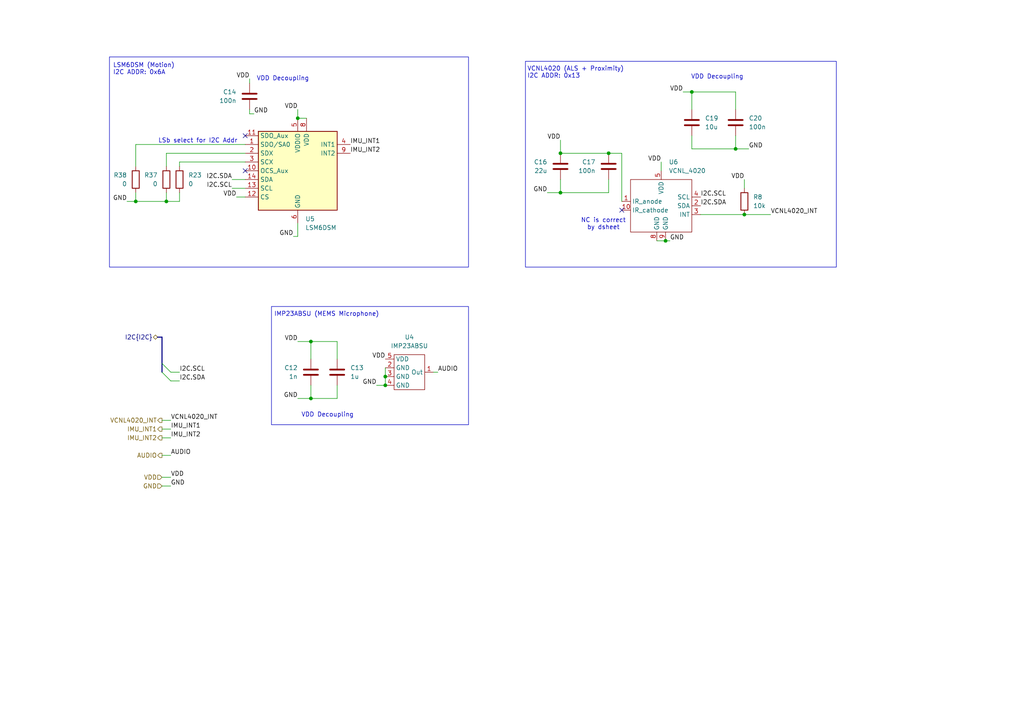
<source format=kicad_sch>
(kicad_sch (version 20231120) (generator "eeschema") (generator_version "8.0")
  (paper "A4")
  (title_block (title "Holiday Widget") (date "2024-05-15") (rev "1.0"))
  (lib_symbols
    (symbol "Device:C" (pin_numbers hide) (pin_names (offset 0.254))
      (property "Reference" "C" (at 0.635 2.54 0))
      (property "Value" "C" (at 0.635 -2.54 0))
      (symbol "C_0_1"
        (polyline (pts (xy -2.032 -0.762) (xy 2.032 -0.762)) (stroke (width 0.508)))
        (polyline (pts (xy -2.032 0.762) (xy 2.032 0.762)) (stroke (width 0.508)))
      )
      (symbol "C_1_1"
        (pin passive line (at 0 3.81 270) (length 2.794) (name "~") (number "1"))
        (pin passive line (at 0 -3.81 90) (length 2.794) (name "~") (number "2"))
      )
    )
    (symbol "Device:R" (pin_numbers hide) (pin_names (offset 0))
      (property "Reference" "R" (at 2.032 0 90))
      (property "Value" "R" (at 0 0 90))
      (symbol "R_0_1"
        (rectangle (start -1.016 -2.54) (end 1.016 2.54) (stroke (width 0.254)))
      )
      (symbol "R_1_1"
        (pin passive line (at 0 3.81 270) (length 1.27) (name "~") (number "1"))
        (pin passive line (at 0 -3.81 90) (length 1.27) (name "~") (number "2"))
      )
    )
    (symbol "Sensor_Motion:LSM6DSM"
      (property "Reference" "U" (at -11.43 15.24 0))
      (property "Value" "LSM6DSM" (at -11.43 12.7 0))
      (symbol "LSM6DSM_0_1"
        (rectangle (start 11.43 11.43) (end -11.43 -11.43) (stroke (width 0.254)) (fill (type background)))
      )
      (symbol "LSM6DSM_1_1"
        (pin bidirectional line (at -15.24 7.62 0) (length 3.81) (name "SDO/SA0") (number "1"))
        (pin passive line (at -15.24 0 0) (length 3.81) (name "OCS_Aux") (number "10"))
        (pin bidirectional line (at -15.24 10.16 0) (length 3.81) (name "SDO_Aux") (number "11"))
        (pin input line (at -15.24 -7.62 0) (length 3.81) (name "CS") (number "12"))
        (pin input line (at -15.24 -5.08 0) (length 3.81) (name "SCL") (number "13"))
        (pin bidirectional line (at -15.24 -2.54 0) (length 3.81) (name "SDA") (number "14"))
        (pin bidirectional line (at -15.24 5.08 0) (length 3.81) (name "SDX") (number "2"))
        (pin input line (at -15.24 2.54 0) (length 3.81) (name "SCX") (number "3"))
        (pin output line (at 15.24 7.62 180) (length 3.81) (name "INT1") (number "4"))
        (pin power_in line (at 0 15.24 270) (length 3.81) (name "VDDIO") (number "5"))
        (pin power_in line (at 0 -15.24 90) (length 3.81) (name "GND") (number "6"))
        (pin passive line (at 0 -15.24 90) (length 3.81) hide (name "GND") (number "7"))
        (pin power_in line (at 2.54 15.24 270) (length 3.81) (name "VDD") (number "8"))
        (pin output line (at 15.24 5.08 180) (length 3.81) (name "INT2") (number "9"))
      )
    )
    (symbol "holiday-widget:IMP23ABSU"
      (property "Reference" "U" (at 6.096 6.35 0))
      (property "Value" "IMP23ABSU" (at 0 0 0))
      (symbol "IMP23ABSU_0_1"
        (rectangle (start -5.08 5.08) (end 3.81 -5.08))
      )
      (symbol "IMP23ABSU_1_1"
        (pin output line (at 6.35 0 180) (length 2.54) (name "Out") (number "1"))
        (pin power_in line (at -7.62 1.27 0) (length 2.54) (name "GND") (number "2"))
        (pin power_in line (at -7.62 -1.27 0) (length 2.54) (name "GND") (number "3"))
        (pin power_in line (at -7.62 -3.81 0) (length 2.54) (name "GND") (number "4"))
        (pin power_in line (at -7.62 3.81 0) (length 2.54) (name "VDD") (number "5"))
      )
    )
    (symbol "holiday-widget:VCNL4020"
      (property "Reference" "U" (at 6.858 3.81 0))
      (property "Value" "VCNL_4020" (at 0 0 0))
      (symbol "VCNL4020_0_1"
        (rectangle (start -8.89 5.08) (end 8.89 -10.16))
      )
      (symbol "VCNL4020_1_1"
        (pin input line (at -11.43 -1.27 0) (length 2.54) (name "IR_anode") (number "1"))
        (pin output line (at -11.43 -3.81 0) (length 2.54) (name "IR_cathode") (number "10"))
        (pin bidirectional line (at 11.43 -2.54 180) (length 2.54) (name "SDA") (number "2"))
        (pin output line (at 11.43 -5.08 180) (length 2.54) (name "INT") (number "3"))
        (pin input line (at 11.43 0 180) (length 2.54) (name "SCL") (number "4"))
        (pin power_in line (at 0 7.62 270) (length 2.54) (name "VDD") (number "5"))
        (pin no_connect line (at -11.43 -8.89 0) (length 2.54) hide (name "NC") (number "6"))
        (pin no_connect line (at -11.43 -6.35 0) (length 2.54) hide (name "NC") (number "7"))
        (pin power_in line (at -1.27 -12.7 90) (length 2.54) (name "GND") (number "8"))
        (pin power_in line (at 1.27 -12.7 90) (length 2.54) (name "GND") (number "9"))
      )
    )
  )
  (junction (at 162.56 55.88))
  (junction (at 111.76 109.22))
  (junction (at 111.76 111.76))
  (junction (at 90.17 115.57))
  (junction (at 39.37 58.42))
  (junction (at 86.36 34.29))
  (junction (at 213.36 43.18))
  (junction (at 162.56 44.45))
  (junction (at 48.26 58.42))
  (junction (at 193.04 69.85))
  (junction (at 215.9 62.23))
  (junction (at 176.53 44.45))
  (junction (at 200.66 26.67))
  (junction (at 90.17 99.06))
  (no_connect (at 71.12 49.53))
  (no_connect (at 71.12 39.37))
  (no_connect (at 180.34 60.96))
  (bus_entry (at 46.99 105.41) (size 2.54 2.54))
  (bus_entry (at 46.99 107.95) (size 2.54 2.54))
  (wire (pts (xy 72.39 33.02) (xy 73.66 33.02)))
  (wire (pts (xy 190.5 69.85) (xy 193.04 69.85)))
  (wire (pts (xy 49.53 110.49) (xy 52.07 110.49)))
  (wire (pts (xy 191.77 46.99) (xy 191.77 49.53)))
  (wire (pts (xy 213.36 43.18) (xy 200.66 43.18)))
  (wire (pts (xy 86.36 64.77) (xy 86.36 68.58)))
  (wire (pts (xy 213.36 26.67) (xy 213.36 31.75)))
  (wire (pts (xy 46.99 121.92) (xy 49.53 121.92)))
  (wire (pts (xy 68.58 57.15) (xy 71.12 57.15)))
  (wire (pts (xy 90.17 99.06) (xy 97.79 99.06)))
  (wire (pts (xy 86.36 99.06) (xy 90.17 99.06)))
  (wire (pts (xy 176.53 55.88) (xy 162.56 55.88)))
  (wire (pts (xy 48.26 44.45) (xy 71.12 44.45)))
  (wire (pts (xy 52.07 46.99) (xy 52.07 48.26)))
  (wire (pts (xy 111.76 106.68) (xy 111.76 109.22)))
  (wire (pts (xy 39.37 55.88) (xy 39.37 58.42)))
  (wire (pts (xy 46.99 138.43) (xy 49.53 138.43)))
  (wire (pts (xy 97.79 99.06) (xy 97.79 104.14)))
  (wire (pts (xy 97.79 115.57) (xy 97.79 111.76)))
  (wire (pts (xy 86.36 31.75) (xy 86.36 34.29)))
  (wire (pts (xy 109.22 111.76) (xy 111.76 111.76)))
  (wire (pts (xy 90.17 99.06) (xy 90.17 104.14)))
  (wire (pts (xy 39.37 58.42) (xy 48.26 58.42)))
  (wire (pts (xy 90.17 115.57) (xy 97.79 115.57)))
  (wire (pts (xy 162.56 55.88) (xy 162.56 52.07)))
  (wire (pts (xy 223.52 62.23) (xy 215.9 62.23)))
  (bus (pts (xy 46.99 105.41) (xy 46.99 107.95)))
  (wire (pts (xy 48.26 55.88) (xy 48.26 58.42)))
  (wire (pts (xy 200.66 43.18) (xy 200.66 39.37)))
  (wire (pts (xy 72.39 22.86) (xy 72.39 24.13)))
  (wire (pts (xy 198.12 26.67) (xy 200.66 26.67)))
  (wire (pts (xy 162.56 40.64) (xy 162.56 44.45)))
  (bus (pts (xy 46.99 97.79) (xy 46.99 105.41)))
  (wire (pts (xy 90.17 111.76) (xy 90.17 115.57)))
  (wire (pts (xy 193.04 69.85) (xy 194.31 69.85)))
  (wire (pts (xy 125.73 107.95) (xy 127 107.95)))
  (wire (pts (xy 215.9 62.23) (xy 203.2 62.23)))
  (wire (pts (xy 180.34 44.45) (xy 176.53 44.45)))
  (wire (pts (xy 46.99 127) (xy 49.53 127)))
  (wire (pts (xy 86.36 68.58) (xy 85.09 68.58)))
  (wire (pts (xy 71.12 46.99) (xy 52.07 46.99)))
  (wire (pts (xy 200.66 26.67) (xy 200.66 31.75)))
  (bus (pts (xy 45.72 97.79) (xy 46.99 97.79)))
  (wire (pts (xy 180.34 58.42) (xy 180.34 44.45)))
  (wire (pts (xy 67.31 54.61) (xy 71.12 54.61)))
  (wire (pts (xy 215.9 52.07) (xy 215.9 54.61)))
  (wire (pts (xy 36.83 58.42) (xy 39.37 58.42)))
  (wire (pts (xy 162.56 44.45) (xy 176.53 44.45)))
  (wire (pts (xy 72.39 33.02) (xy 72.39 31.75)))
  (wire (pts (xy 46.99 132.08) (xy 49.53 132.08)))
  (wire (pts (xy 213.36 39.37) (xy 213.36 43.18)))
  (wire (pts (xy 217.17 43.18) (xy 213.36 43.18)))
  (wire (pts (xy 200.66 26.67) (xy 213.36 26.67)))
  (wire (pts (xy 52.07 58.42) (xy 52.07 55.88)))
  (wire (pts (xy 111.76 111.76) (xy 111.76 109.22)))
  (wire (pts (xy 48.26 58.42) (xy 52.07 58.42)))
  (wire (pts (xy 86.36 115.57) (xy 90.17 115.57)))
  (wire (pts (xy 46.99 124.46) (xy 49.53 124.46)))
  (wire (pts (xy 158.75 55.88) (xy 162.56 55.88)))
  (wire (pts (xy 86.36 34.29) (xy 88.9 34.29)))
  (wire (pts (xy 48.26 48.26) (xy 48.26 44.45)))
  (wire (pts (xy 67.31 52.07) (xy 71.12 52.07)))
  (wire (pts (xy 46.99 140.97) (xy 49.53 140.97)))
  (wire (pts (xy 49.53 107.95) (xy 52.07 107.95)))
  (wire (pts (xy 176.53 52.07) (xy 176.53 55.88)))
  (wire (pts (xy 39.37 41.91) (xy 71.12 41.91)))
  (wire (pts (xy 39.37 41.91) (xy 39.37 48.26)))
  (rectangle (start 152.4 17.78) (end 242.57 77.47))
  (rectangle (start 31.75 16.51) (end 135.89 77.47))
  (rectangle (start 78.74 88.9) (end 135.89 123.19))
  (text "IMP23ABSU (MEMS Microphone)" (at 94.742 91.186 0) (effects (font (size 1.27 1.27))))
  (text "LSb select for I2C Addr" (at 57.404 40.894 0) (effects (font (size 1.27 1.27))))
  (text "VDD Decoupling" (at 94.996 120.396 0) (effects (font (size 1.27 1.27))))
  (text "NC is correct\nby dsheet" (at 175.006 65.024 0) (effects (font (size 1.27 1.27))))
  (text "LSM6DSM (Motion)\nI2C ADDR: 0x6A" (at 32.766 20.066 0) (effects (font (size 1.27 1.27)) (justify left)))
  (text "VCNL4020 (ALS + Proximity)\nI2C ADDR: 0x13" (at 152.908 21.082 0) (effects (font (size 1.27 1.27)) (justify left)))
  (text "VDD Decoupling" (at 82.042 22.86 0) (effects (font (size 1.27 1.27))))
  (text "VDD Decoupling" (at 208.026 22.352 0) (effects (font (size 1.27 1.27))))
  (label "I2C.SCL" (at 203.2 57.15 0))
  (label "VDD" (at 49.53 138.43 0))
  (label "GND" (at 36.83 58.42 180))
  (label "IMU_INT2" (at 49.53 127 0))
  (label "I2C.SDA" (at 67.31 52.07 180))
  (label "IMU_INT1" (at 49.53 124.46 0))
  (label "GND" (at 73.66 33.02 0))
  (label "IMU_INT2" (at 101.6 44.45 0))
  (label "GND" (at 217.17 43.18 0))
  (label "VDD" (at 86.36 99.06 180))
  (label "I2C.SDA" (at 203.2 59.69 0))
  (label "GND" (at 109.22 111.76 180))
  (label "VDD" (at 111.76 104.14 180))
  (label "VDD" (at 162.56 40.64 180))
  (label "GND" (at 194.31 69.85 0))
  (label "I2C.SCL" (at 67.31 54.61 180))
  (label "IMU_INT1" (at 101.6 41.91 0))
  (label "AUDIO" (at 49.53 132.08 0))
  (label "GND" (at 86.36 115.57 180))
  (label "AUDIO" (at 127 107.95 0))
  (label "GND" (at 49.53 140.97 0))
  (label "GND" (at 158.75 55.88 180))
  (label "VDD" (at 72.39 22.86 180))
  (label "VCNL4020_INT" (at 223.52 62.23 0))
  (label "VCNL4020_INT" (at 49.53 121.92 0))
  (label "VDD" (at 68.58 57.15 180))
  (label "I2C.SCL" (at 52.07 107.95 0))
  (label "GND" (at 85.09 68.58 180))
  (label "VDD" (at 198.12 26.67 180))
  (label "VDD" (at 191.77 46.99 180))
  (label "VDD" (at 86.36 31.75 180))
  (label "I2C.SDA" (at 52.07 110.49 0))
  (label "VDD" (at 215.9 52.07 180))
  (hierarchical_label "IMU_INT1" (shape output) (at 46.99 124.46 180))
  (hierarchical_label "VCNL4020_INT" (shape output) (at 46.99 121.92 180))
  (hierarchical_label "VDD" (shape input) (at 46.99 138.43 180))
  (hierarchical_label "IMU_INT2" (shape output) (at 46.99 127 180))
  (hierarchical_label "AUDIO" (shape output) (at 46.99 132.08 180))
  (hierarchical_label "GND" (shape input) (at 46.99 140.97 180))
  (hierarchical_label "I2C{I2C}" (shape bidirectional) (at 45.72 97.79 180))
  (symbol (lib_id "Device:C") (at 176.53 48.26 0) (mirror y) (unit 1)
    (property "Reference" "C17" (at 172.72 46.9899 0) (effects (justify left)))
    (property "Value" "100n" (at 172.72 49.5299 0) (effects (justify left)))
    (property "Footprint" "Capacitor_SMD:C_0402_1005Metric" (effects (hide yes)))
    (property "Description" "Unpolarized capacitor" (effects (hide yes)))
    (property "MPN" "CL05A104KA5NNNC" (effects (hide yes)))
  )
  (symbol (lib_id "Device:R") (at 52.07 52.07 180) (unit 1)
    (property "Reference" "R23" (at 54.61 50.7999 0) (effects (justify right)))
    (property "Value" "0" (at 54.61 53.3399 0) (effects (justify right)))
    (property "Footprint" "Resistor_SMD:R_0402_1005Metric" (effects (hide yes)))
    (property "Description" "Resistor" (effects (hide yes)))
    (property "MPN" "RC0402JR-070RL" (effects (hide yes)))
  )
  (symbol (lib_id "Device:C") (at 72.39 27.94 0) (mirror y) (unit 1)
    (property "Reference" "C14" (at 68.58 26.6699 0) (effects (justify left)))
    (property "Value" "100n" (at 68.58 29.2099 0) (effects (justify left)))
    (property "Footprint" "Capacitor_SMD:C_0402_1005Metric" (effects (hide yes)))
    (property "Description" "Unpolarized capacitor" (effects (hide yes)))
    (property "MPN" "CL05A104KA5NNNC" (effects (hide yes)))
  )
  (symbol (lib_id "Device:C") (at 200.66 35.56 0) (unit 1)
    (property "Reference" "C19" (at 204.47 34.2899 0) (effects (justify left)))
    (property "Value" "10u" (at 204.47 36.8299 0) (effects (justify left)))
    (property "Footprint" "Capacitor_SMD:C_0603_1608Metric_Pad1.08x0.95mm_HandSolder" (effects (hide yes)))
    (property "Description" "Unpolarized capacitor" (effects (hide yes)))
    (property "MPN" "CL10A106MQ8NNNC" (effects (hide yes)))
  )
  (symbol (lib_id "Device:R") (at 39.37 52.07 0) (mirror x) (unit 1)
    (property "Reference" "R38" (at 36.83 50.7999 0) (effects (justify right)))
    (property "Value" "0" (at 36.83 53.3399 0) (effects (justify right)))
    (property "Footprint" "Resistor_SMD:R_0402_1005Metric" (effects (hide yes)))
    (property "Description" "Resistor" (effects (hide yes)))
    (property "MPN" "RC0402JR-070RL" (effects (hide yes)))
  )
  (symbol (lib_id "Device:C") (at 90.17 107.95 0) (unit 1)
    (property "Reference" "C12" (at 86.36 106.6799 0) (effects (justify right)))
    (property "Value" "1n" (at 86.36 109.2199 0) (effects (justify right)))
    (property "Footprint" "Capacitor_SMD:C_0402_1005Metric" (effects (hide yes)))
    (property "Description" "Unpolarized capacitor" (effects (hide yes)))
    (property "MPN" "C0402C102K4RACTU" (effects (hide yes)))
  )
  (symbol (lib_id "Sensor_Motion:LSM6DSM") (at 86.36 49.53 0) (unit 1)
    (property "Reference" "U5" (at 88.5541 63.5 0) (effects (justify left)))
    (property "Value" "LSM6DSM" (at 88.5541 66.04 0) (effects (justify left)))
    (property "Footprint" "Package_LGA:LGA-14_3x2.5mm_P0.5mm_LayoutBorder3x4y" (effects (hide yes)))
    (property "Datasheet" "https://www.st.com/resource/en/datasheet/lsm6dsm.pdf" (effects (hide yes)))
    (property "Description" "I2C/SPI, iNEMO inertial module: always-on 3D accelerometer and 3D gyroscope, with auxiliary SPI, 1.71V to 3.6V VCC" (effects (hide yes)))
    (property "MPN" "LSM6DSMTR" (effects (hide yes)))
  )
  (symbol (lib_id "Device:C") (at 97.79 107.95 0) (unit 1)
    (property "Reference" "C13" (at 101.6 106.6799 0) (effects (justify left)))
    (property "Value" "1u" (at 101.6 109.2199 0) (effects (justify left)))
    (property "Footprint" "Capacitor_SMD:C_0603_1608Metric_Pad1.08x0.95mm_HandSolder" (effects (hide yes)))
    (property "Description" "Unpolarized capacitor" (effects (hide yes)))
    (property "MPN" "CL05A105KO5NNNC" (effects (hide yes)))
  )
  (symbol (lib_id "Device:C") (at 213.36 35.56 0) (unit 1)
    (property "Reference" "C20" (at 217.17 34.2899 0) (effects (justify left)))
    (property "Value" "100n" (at 217.17 36.8299 0) (effects (justify left)))
    (property "Footprint" "Capacitor_SMD:C_0402_1005Metric" (effects (hide yes)))
    (property "Description" "Unpolarized capacitor" (effects (hide yes)))
    (property "MPN" "CL05A104KA5NNNC" (effects (hide yes)))
  )
  (symbol (lib_id "Device:R") (at 48.26 52.07 0) (mirror x) (unit 1)
    (property "Reference" "R37" (at 45.72 50.7999 0) (effects (justify right)))
    (property "Value" "0" (at 45.72 53.3399 0) (effects (justify right)))
    (property "Footprint" "Resistor_SMD:R_0402_1005Metric" (effects (hide yes)))
    (property "Description" "Resistor" (effects (hide yes)))
    (property "MPN" "RC0402JR-070RL" (effects (hide yes)))
  )
  (symbol (lib_id "holiday-widget:IMP23ABSU") (at 119.38 107.95 0) (unit 1)
    (property "Reference" "U4" (at 118.745 97.79 0))
    (property "Value" "IMP23ABSU" (at 118.745 100.33 0))
    (property "Footprint" "Leaf_Microphone:RHLGA5_3P5X2P65X0P98_STM" (effects (hide yes)))
    (property "Datasheet" "https://wmsc.lcsc.com/wmsc/upload/file/pdf/v2/lcsc/2211080630_STMicroelectronics-IMP23ABSUTR_C3171746.pdf" (effects (hide yes)))
    (property "Description" "High-performance MEMS microphone with extended frequency response up to 80 kHz for ultrasound applications" (effects (hide yes)))
    (property "MPN" "IMP23ABSUTR" (effects (hide yes)))
  )
  (symbol (lib_id "Device:C") (at 162.56 48.26 0) (mirror y) (unit 1)
    (property "Reference" "C16" (at 158.75 46.9899 0) (effects (justify left)))
    (property "Value" "22u" (at 158.75 49.5299 0) (effects (justify left)))
    (property "Footprint" "Capacitor_SMD:C_0603_1608Metric_Pad1.08x0.95mm_HandSolder" (effects (hide yes)))
    (property "Description" "Unpolarized capacitor" (effects (hide yes)))
    (property "MPN" "CL10A226MO7JZNC" (effects (hide yes)))
  )
  (symbol (lib_id "Device:R") (at 215.9 58.42 0) (unit 1)
    (property "Reference" "R8" (at 218.44 57.1499 0) (effects (justify left)))
    (property "Value" "10k" (at 218.44 59.6899 0) (effects (justify left)))
    (property "Footprint" "Resistor_SMD:R_0402_1005Metric" (effects (hide yes)))
    (property "Description" "Resistor" (effects (hide yes)))
    (property "MPN" "RC0402FR-0710KL" (effects (hide yes)))
  )
  (symbol (lib_id "holiday-widget:VCNL4020") (at 191.77 57.15 0) (unit 1)
    (property "Reference" "U6" (at 193.9641 46.99 0) (effects (justify left)))
    (property "Value" "VCNL_4020" (at 193.9641 49.53 0) (effects (justify left)))
    (property "Footprint" "holiday-widget:VCNL4020_SMD" (effects (hide yes)))
    (property "Datasheet" "https://wmsc.lcsc.com/wmsc/upload/file/pdf/v2/lcsc/2004181631_Vishay-Intertech-VCNL4020-GS08_C511034.pdf" (effects (hide yes)))
    (property "Description" "Fully Integrated Proximity and Ambient Light Sensor With Infrared Emitter, I2C Interface, and Interrupt Function" (effects (hide yes)))
    (property "MPN" "VCNL4020-GS08" (effects (hide yes)))
  )
)
</source>
